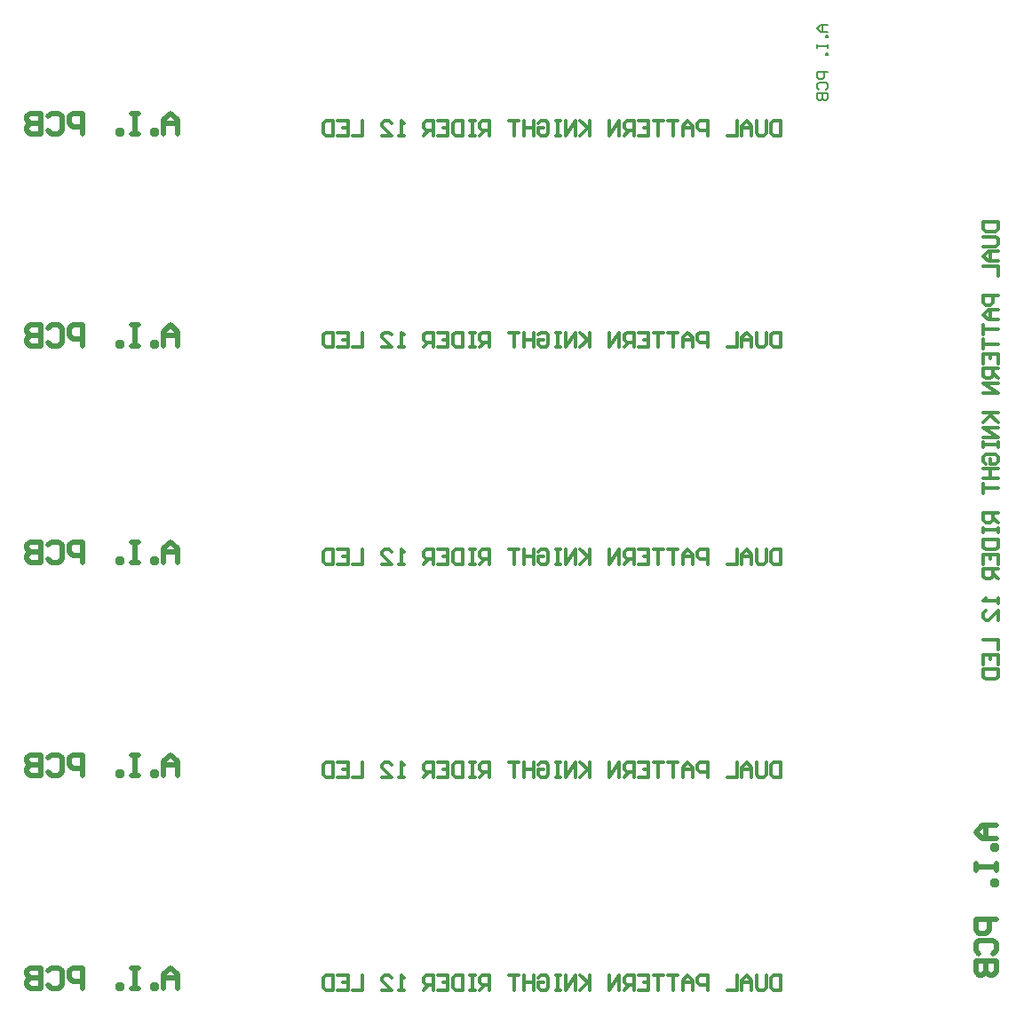
<source format=gbo>
G04 Layer_Color=32896*
%FSLAX25Y25*%
%MOIN*%
G70*
G01*
G75*
%ADD32C,0.00787*%
%ADD36C,0.01378*%
%ADD37C,0.01968*%
D32*
X310563Y365937D02*
X307939D01*
X306627Y364625D01*
X307939Y363313D01*
X310563D01*
X308595D01*
Y365937D01*
X310563Y362001D02*
X309907D01*
Y361345D01*
X310563D01*
Y362001D01*
X306627Y358721D02*
Y357410D01*
Y358066D01*
X310563D01*
Y358721D01*
Y357410D01*
Y355442D02*
X309907D01*
Y354786D01*
X310563D01*
Y355442D01*
Y348226D02*
X306627D01*
Y346258D01*
X307283Y345602D01*
X308595D01*
X309251Y346258D01*
Y348226D01*
X307283Y341667D02*
X306627Y342323D01*
Y343635D01*
X307283Y344290D01*
X309907D01*
X310563Y343635D01*
Y342323D01*
X309907Y341667D01*
X306627Y340355D02*
X310563D01*
Y338387D01*
X309907Y337731D01*
X309251D01*
X308595Y338387D01*
Y340355D01*
Y338387D01*
X307939Y337731D01*
X307283D01*
X306627Y338387D01*
Y340355D01*
D36*
X293000Y9010D02*
Y3500D01*
X290245D01*
X289327Y4418D01*
Y8092D01*
X290245Y9010D01*
X293000D01*
X287490D02*
Y4418D01*
X286572Y3500D01*
X284735D01*
X283817Y4418D01*
Y9010D01*
X281980Y3500D02*
Y7173D01*
X280143Y9010D01*
X278307Y7173D01*
Y3500D01*
Y6255D01*
X281980D01*
X276470Y9010D02*
Y3500D01*
X272797D01*
X265450D02*
Y9010D01*
X262695D01*
X261776Y8092D01*
Y6255D01*
X262695Y5337D01*
X265450D01*
X259940Y3500D02*
Y7173D01*
X258103Y9010D01*
X256266Y7173D01*
Y3500D01*
Y6255D01*
X259940D01*
X254430Y9010D02*
X250756D01*
X252593D01*
Y3500D01*
X248920Y9010D02*
X245246D01*
X247083D01*
Y3500D01*
X239736Y9010D02*
X243410D01*
Y3500D01*
X239736D01*
X243410Y6255D02*
X241573D01*
X237900Y3500D02*
Y9010D01*
X235145D01*
X234226Y8092D01*
Y6255D01*
X235145Y5337D01*
X237900D01*
X236063D02*
X234226Y3500D01*
X232390D02*
Y9010D01*
X228716Y3500D01*
Y9010D01*
X221370D02*
Y3500D01*
Y5337D01*
X217696Y9010D01*
X220451Y6255D01*
X217696Y3500D01*
X215860D02*
Y9010D01*
X212186Y3500D01*
Y9010D01*
X210349D02*
X208513D01*
X209431D01*
Y3500D01*
X210349D01*
X208513D01*
X202084Y8092D02*
X203003Y9010D01*
X204839D01*
X205758Y8092D01*
Y4418D01*
X204839Y3500D01*
X203003D01*
X202084Y4418D01*
Y6255D01*
X203921D01*
X200248Y9010D02*
Y3500D01*
Y6255D01*
X196574D01*
Y9010D01*
Y3500D01*
X194738Y9010D02*
X191065D01*
X192901D01*
Y3500D01*
X183718D02*
Y9010D01*
X180963D01*
X180044Y8092D01*
Y6255D01*
X180963Y5337D01*
X183718D01*
X181881D02*
X180044Y3500D01*
X178208Y9010D02*
X176371D01*
X177289D01*
Y3500D01*
X178208D01*
X176371D01*
X173616Y9010D02*
Y3500D01*
X170861D01*
X169943Y4418D01*
Y8092D01*
X170861Y9010D01*
X173616D01*
X164433D02*
X168106D01*
Y3500D01*
X164433D01*
X168106Y6255D02*
X166269D01*
X162596Y3500D02*
Y9010D01*
X159841D01*
X158923Y8092D01*
Y6255D01*
X159841Y5337D01*
X162596D01*
X160759D02*
X158923Y3500D01*
X151576D02*
X149739D01*
X150658D01*
Y9010D01*
X151576Y8092D01*
X143311Y3500D02*
X146984D01*
X143311Y7173D01*
Y8092D01*
X144229Y9010D01*
X146066D01*
X146984Y8092D01*
X135964Y9010D02*
Y3500D01*
X132291D01*
X126781Y9010D02*
X130454D01*
Y3500D01*
X126781D01*
X130454Y6255D02*
X128617D01*
X124944Y9010D02*
Y3500D01*
X122189D01*
X121271Y4418D01*
Y8092D01*
X122189Y9010D01*
X124944D01*
X293000Y89010D02*
Y83500D01*
X290245D01*
X289327Y84418D01*
Y88092D01*
X290245Y89010D01*
X293000D01*
X287490D02*
Y84418D01*
X286572Y83500D01*
X284735D01*
X283817Y84418D01*
Y89010D01*
X281980Y83500D02*
Y87173D01*
X280143Y89010D01*
X278307Y87173D01*
Y83500D01*
Y86255D01*
X281980D01*
X276470Y89010D02*
Y83500D01*
X272797D01*
X265450D02*
Y89010D01*
X262695D01*
X261776Y88092D01*
Y86255D01*
X262695Y85337D01*
X265450D01*
X259940Y83500D02*
Y87173D01*
X258103Y89010D01*
X256266Y87173D01*
Y83500D01*
Y86255D01*
X259940D01*
X254430Y89010D02*
X250756D01*
X252593D01*
Y83500D01*
X248920Y89010D02*
X245246D01*
X247083D01*
Y83500D01*
X239736Y89010D02*
X243410D01*
Y83500D01*
X239736D01*
X243410Y86255D02*
X241573D01*
X237900Y83500D02*
Y89010D01*
X235145D01*
X234226Y88092D01*
Y86255D01*
X235145Y85337D01*
X237900D01*
X236063D02*
X234226Y83500D01*
X232390D02*
Y89010D01*
X228716Y83500D01*
Y89010D01*
X221370D02*
Y83500D01*
Y85337D01*
X217696Y89010D01*
X220451Y86255D01*
X217696Y83500D01*
X215860D02*
Y89010D01*
X212186Y83500D01*
Y89010D01*
X210349D02*
X208513D01*
X209431D01*
Y83500D01*
X210349D01*
X208513D01*
X202084Y88092D02*
X203003Y89010D01*
X204839D01*
X205758Y88092D01*
Y84418D01*
X204839Y83500D01*
X203003D01*
X202084Y84418D01*
Y86255D01*
X203921D01*
X200248Y89010D02*
Y83500D01*
Y86255D01*
X196574D01*
Y89010D01*
Y83500D01*
X194738Y89010D02*
X191065D01*
X192901D01*
Y83500D01*
X183718D02*
Y89010D01*
X180963D01*
X180044Y88092D01*
Y86255D01*
X180963Y85337D01*
X183718D01*
X181881D02*
X180044Y83500D01*
X178208Y89010D02*
X176371D01*
X177289D01*
Y83500D01*
X178208D01*
X176371D01*
X173616Y89010D02*
Y83500D01*
X170861D01*
X169943Y84418D01*
Y88092D01*
X170861Y89010D01*
X173616D01*
X164433D02*
X168106D01*
Y83500D01*
X164433D01*
X168106Y86255D02*
X166269D01*
X162596Y83500D02*
Y89010D01*
X159841D01*
X158923Y88092D01*
Y86255D01*
X159841Y85337D01*
X162596D01*
X160759D02*
X158923Y83500D01*
X151576D02*
X149739D01*
X150658D01*
Y89010D01*
X151576Y88092D01*
X143311Y83500D02*
X146984D01*
X143311Y87173D01*
Y88092D01*
X144229Y89010D01*
X146066D01*
X146984Y88092D01*
X135964Y89010D02*
Y83500D01*
X132291D01*
X126781Y89010D02*
X130454D01*
Y83500D01*
X126781D01*
X130454Y86255D02*
X128617D01*
X124944Y89010D02*
Y83500D01*
X122189D01*
X121271Y84418D01*
Y88092D01*
X122189Y89010D01*
X124944D01*
X293000Y169010D02*
Y163500D01*
X290245D01*
X289327Y164418D01*
Y168092D01*
X290245Y169010D01*
X293000D01*
X287490D02*
Y164418D01*
X286572Y163500D01*
X284735D01*
X283817Y164418D01*
Y169010D01*
X281980Y163500D02*
Y167173D01*
X280143Y169010D01*
X278307Y167173D01*
Y163500D01*
Y166255D01*
X281980D01*
X276470Y169010D02*
Y163500D01*
X272797D01*
X265450D02*
Y169010D01*
X262695D01*
X261776Y168092D01*
Y166255D01*
X262695Y165337D01*
X265450D01*
X259940Y163500D02*
Y167173D01*
X258103Y169010D01*
X256266Y167173D01*
Y163500D01*
Y166255D01*
X259940D01*
X254430Y169010D02*
X250756D01*
X252593D01*
Y163500D01*
X248920Y169010D02*
X245246D01*
X247083D01*
Y163500D01*
X239736Y169010D02*
X243410D01*
Y163500D01*
X239736D01*
X243410Y166255D02*
X241573D01*
X237900Y163500D02*
Y169010D01*
X235145D01*
X234226Y168092D01*
Y166255D01*
X235145Y165337D01*
X237900D01*
X236063D02*
X234226Y163500D01*
X232390D02*
Y169010D01*
X228716Y163500D01*
Y169010D01*
X221370D02*
Y163500D01*
Y165337D01*
X217696Y169010D01*
X220451Y166255D01*
X217696Y163500D01*
X215860D02*
Y169010D01*
X212186Y163500D01*
Y169010D01*
X210349D02*
X208513D01*
X209431D01*
Y163500D01*
X210349D01*
X208513D01*
X202084Y168092D02*
X203003Y169010D01*
X204839D01*
X205758Y168092D01*
Y164418D01*
X204839Y163500D01*
X203003D01*
X202084Y164418D01*
Y166255D01*
X203921D01*
X200248Y169010D02*
Y163500D01*
Y166255D01*
X196574D01*
Y169010D01*
Y163500D01*
X194738Y169010D02*
X191065D01*
X192901D01*
Y163500D01*
X183718D02*
Y169010D01*
X180963D01*
X180044Y168092D01*
Y166255D01*
X180963Y165337D01*
X183718D01*
X181881D02*
X180044Y163500D01*
X178208Y169010D02*
X176371D01*
X177289D01*
Y163500D01*
X178208D01*
X176371D01*
X173616Y169010D02*
Y163500D01*
X170861D01*
X169943Y164418D01*
Y168092D01*
X170861Y169010D01*
X173616D01*
X164433D02*
X168106D01*
Y163500D01*
X164433D01*
X168106Y166255D02*
X166269D01*
X162596Y163500D02*
Y169010D01*
X159841D01*
X158923Y168092D01*
Y166255D01*
X159841Y165337D01*
X162596D01*
X160759D02*
X158923Y163500D01*
X151576D02*
X149739D01*
X150658D01*
Y169010D01*
X151576Y168092D01*
X143311Y163500D02*
X146984D01*
X143311Y167173D01*
Y168092D01*
X144229Y169010D01*
X146066D01*
X146984Y168092D01*
X135964Y169010D02*
Y163500D01*
X132291D01*
X126781Y169010D02*
X130454D01*
Y163500D01*
X126781D01*
X130454Y166255D02*
X128617D01*
X124944Y169010D02*
Y163500D01*
X122189D01*
X121271Y164418D01*
Y168092D01*
X122189Y169010D01*
X124944D01*
X293000Y250510D02*
Y245000D01*
X290245D01*
X289327Y245918D01*
Y249592D01*
X290245Y250510D01*
X293000D01*
X287490D02*
Y245918D01*
X286572Y245000D01*
X284735D01*
X283817Y245918D01*
Y250510D01*
X281980Y245000D02*
Y248673D01*
X280143Y250510D01*
X278307Y248673D01*
Y245000D01*
Y247755D01*
X281980D01*
X276470Y250510D02*
Y245000D01*
X272797D01*
X265450D02*
Y250510D01*
X262695D01*
X261776Y249592D01*
Y247755D01*
X262695Y246837D01*
X265450D01*
X259940Y245000D02*
Y248673D01*
X258103Y250510D01*
X256266Y248673D01*
Y245000D01*
Y247755D01*
X259940D01*
X254430Y250510D02*
X250756D01*
X252593D01*
Y245000D01*
X248920Y250510D02*
X245246D01*
X247083D01*
Y245000D01*
X239736Y250510D02*
X243410D01*
Y245000D01*
X239736D01*
X243410Y247755D02*
X241573D01*
X237900Y245000D02*
Y250510D01*
X235145D01*
X234226Y249592D01*
Y247755D01*
X235145Y246837D01*
X237900D01*
X236063D02*
X234226Y245000D01*
X232390D02*
Y250510D01*
X228716Y245000D01*
Y250510D01*
X221370D02*
Y245000D01*
Y246837D01*
X217696Y250510D01*
X220451Y247755D01*
X217696Y245000D01*
X215860D02*
Y250510D01*
X212186Y245000D01*
Y250510D01*
X210349D02*
X208513D01*
X209431D01*
Y245000D01*
X210349D01*
X208513D01*
X202084Y249592D02*
X203003Y250510D01*
X204839D01*
X205758Y249592D01*
Y245918D01*
X204839Y245000D01*
X203003D01*
X202084Y245918D01*
Y247755D01*
X203921D01*
X200248Y250510D02*
Y245000D01*
Y247755D01*
X196574D01*
Y250510D01*
Y245000D01*
X194738Y250510D02*
X191065D01*
X192901D01*
Y245000D01*
X183718D02*
Y250510D01*
X180963D01*
X180044Y249592D01*
Y247755D01*
X180963Y246837D01*
X183718D01*
X181881D02*
X180044Y245000D01*
X178208Y250510D02*
X176371D01*
X177289D01*
Y245000D01*
X178208D01*
X176371D01*
X173616Y250510D02*
Y245000D01*
X170861D01*
X169943Y245918D01*
Y249592D01*
X170861Y250510D01*
X173616D01*
X164433D02*
X168106D01*
Y245000D01*
X164433D01*
X168106Y247755D02*
X166269D01*
X162596Y245000D02*
Y250510D01*
X159841D01*
X158923Y249592D01*
Y247755D01*
X159841Y246837D01*
X162596D01*
X160759D02*
X158923Y245000D01*
X151576D02*
X149739D01*
X150658D01*
Y250510D01*
X151576Y249592D01*
X143311Y245000D02*
X146984D01*
X143311Y248673D01*
Y249592D01*
X144229Y250510D01*
X146066D01*
X146984Y249592D01*
X135964Y250510D02*
Y245000D01*
X132291D01*
X126781Y250510D02*
X130454D01*
Y245000D01*
X126781D01*
X130454Y247755D02*
X128617D01*
X124944Y250510D02*
Y245000D01*
X122189D01*
X121271Y245918D01*
Y249592D01*
X122189Y250510D01*
X124944D01*
X293000Y330010D02*
Y324500D01*
X290245D01*
X289327Y325418D01*
Y329092D01*
X290245Y330010D01*
X293000D01*
X287490D02*
Y325418D01*
X286572Y324500D01*
X284735D01*
X283817Y325418D01*
Y330010D01*
X281980Y324500D02*
Y328173D01*
X280143Y330010D01*
X278307Y328173D01*
Y324500D01*
Y327255D01*
X281980D01*
X276470Y330010D02*
Y324500D01*
X272797D01*
X265450D02*
Y330010D01*
X262695D01*
X261776Y329092D01*
Y327255D01*
X262695Y326337D01*
X265450D01*
X259940Y324500D02*
Y328173D01*
X258103Y330010D01*
X256266Y328173D01*
Y324500D01*
Y327255D01*
X259940D01*
X254430Y330010D02*
X250756D01*
X252593D01*
Y324500D01*
X248920Y330010D02*
X245246D01*
X247083D01*
Y324500D01*
X239736Y330010D02*
X243410D01*
Y324500D01*
X239736D01*
X243410Y327255D02*
X241573D01*
X237900Y324500D02*
Y330010D01*
X235145D01*
X234226Y329092D01*
Y327255D01*
X235145Y326337D01*
X237900D01*
X236063D02*
X234226Y324500D01*
X232390D02*
Y330010D01*
X228716Y324500D01*
Y330010D01*
X221370D02*
Y324500D01*
Y326337D01*
X217696Y330010D01*
X220451Y327255D01*
X217696Y324500D01*
X215860D02*
Y330010D01*
X212186Y324500D01*
Y330010D01*
X210349D02*
X208513D01*
X209431D01*
Y324500D01*
X210349D01*
X208513D01*
X202084Y329092D02*
X203003Y330010D01*
X204839D01*
X205758Y329092D01*
Y325418D01*
X204839Y324500D01*
X203003D01*
X202084Y325418D01*
Y327255D01*
X203921D01*
X200248Y330010D02*
Y324500D01*
Y327255D01*
X196574D01*
Y330010D01*
Y324500D01*
X194738Y330010D02*
X191065D01*
X192901D01*
Y324500D01*
X183718D02*
Y330010D01*
X180963D01*
X180044Y329092D01*
Y327255D01*
X180963Y326337D01*
X183718D01*
X181881D02*
X180044Y324500D01*
X178208Y330010D02*
X176371D01*
X177289D01*
Y324500D01*
X178208D01*
X176371D01*
X173616Y330010D02*
Y324500D01*
X170861D01*
X169943Y325418D01*
Y329092D01*
X170861Y330010D01*
X173616D01*
X164433D02*
X168106D01*
Y324500D01*
X164433D01*
X168106Y327255D02*
X166269D01*
X162596Y324500D02*
Y330010D01*
X159841D01*
X158923Y329092D01*
Y327255D01*
X159841Y326337D01*
X162596D01*
X160759D02*
X158923Y324500D01*
X151576D02*
X149739D01*
X150658D01*
Y330010D01*
X151576Y329092D01*
X143311Y324500D02*
X146984D01*
X143311Y328173D01*
Y329092D01*
X144229Y330010D01*
X146066D01*
X146984Y329092D01*
X135964Y330010D02*
Y324500D01*
X132291D01*
X126781Y330010D02*
X130454D01*
Y324500D01*
X126781D01*
X130454Y327255D02*
X128617D01*
X124944Y330010D02*
Y324500D01*
X122189D01*
X121271Y325418D01*
Y329092D01*
X122189Y330010D01*
X124944D01*
X368990Y292000D02*
X374500D01*
Y289245D01*
X373582Y288327D01*
X369908D01*
X368990Y289245D01*
Y292000D01*
Y286490D02*
X373582D01*
X374500Y285572D01*
Y283735D01*
X373582Y282817D01*
X368990D01*
X374500Y280980D02*
X370827D01*
X368990Y279143D01*
X370827Y277307D01*
X374500D01*
X371745D01*
Y280980D01*
X368990Y275470D02*
X374500D01*
Y271797D01*
Y264450D02*
X368990D01*
Y261695D01*
X369908Y260776D01*
X371745D01*
X372663Y261695D01*
Y264450D01*
X374500Y258940D02*
X370827D01*
X368990Y257103D01*
X370827Y255266D01*
X374500D01*
X371745D01*
Y258940D01*
X368990Y253430D02*
Y249756D01*
Y251593D01*
X374500D01*
X368990Y247920D02*
Y244246D01*
Y246083D01*
X374500D01*
X368990Y238736D02*
Y242410D01*
X374500D01*
Y238736D01*
X371745Y242410D02*
Y240573D01*
X374500Y236900D02*
X368990D01*
Y234145D01*
X369908Y233226D01*
X371745D01*
X372663Y234145D01*
Y236900D01*
Y235063D02*
X374500Y233226D01*
Y231390D02*
X368990D01*
X374500Y227716D01*
X368990D01*
Y220370D02*
X374500D01*
X372663D01*
X368990Y216696D01*
X371745Y219451D01*
X374500Y216696D01*
Y214860D02*
X368990D01*
X374500Y211186D01*
X368990D01*
Y209349D02*
Y207513D01*
Y208431D01*
X374500D01*
Y209349D01*
Y207513D01*
X369908Y201084D02*
X368990Y202003D01*
Y203839D01*
X369908Y204758D01*
X373582D01*
X374500Y203839D01*
Y202003D01*
X373582Y201084D01*
X371745D01*
Y202921D01*
X368990Y199248D02*
X374500D01*
X371745D01*
Y195574D01*
X368990D01*
X374500D01*
X368990Y193738D02*
Y190065D01*
Y191901D01*
X374500D01*
Y182718D02*
X368990D01*
Y179963D01*
X369908Y179044D01*
X371745D01*
X372663Y179963D01*
Y182718D01*
Y180881D02*
X374500Y179044D01*
X368990Y177208D02*
Y175371D01*
Y176289D01*
X374500D01*
Y177208D01*
Y175371D01*
X368990Y172616D02*
X374500D01*
Y169861D01*
X373582Y168943D01*
X369908D01*
X368990Y169861D01*
Y172616D01*
Y163433D02*
Y167106D01*
X374500D01*
Y163433D01*
X371745Y167106D02*
Y165269D01*
X374500Y161596D02*
X368990D01*
Y158841D01*
X369908Y157923D01*
X371745D01*
X372663Y158841D01*
Y161596D01*
Y159759D02*
X374500Y157923D01*
Y150576D02*
Y148739D01*
Y149658D01*
X368990D01*
X369908Y150576D01*
X374500Y142311D02*
Y145984D01*
X370827Y142311D01*
X369908D01*
X368990Y143229D01*
Y145066D01*
X369908Y145984D01*
X368990Y134964D02*
X374500D01*
Y131291D01*
X368990Y125781D02*
Y129454D01*
X374500D01*
Y125781D01*
X371745Y129454D02*
Y127617D01*
X368990Y123944D02*
X374500D01*
Y121189D01*
X373582Y120271D01*
X369908D01*
X368990Y121189D01*
Y123944D01*
D37*
X66500Y4000D02*
Y9248D01*
X63876Y11872D01*
X61252Y9248D01*
Y4000D01*
Y7936D01*
X66500D01*
X58628Y4000D02*
Y5312D01*
X57317D01*
Y4000D01*
X58628D01*
X52069Y11872D02*
X49445D01*
X50757D01*
Y4000D01*
X52069D01*
X49445D01*
X45509D02*
Y5312D01*
X44197D01*
Y4000D01*
X45509D01*
X31078D02*
Y11872D01*
X27143D01*
X25831Y10560D01*
Y7936D01*
X27143Y6624D01*
X31078D01*
X17959Y10560D02*
X19271Y11872D01*
X21895D01*
X23207Y10560D01*
Y5312D01*
X21895Y4000D01*
X19271D01*
X17959Y5312D01*
X15335Y11872D02*
Y4000D01*
X11400D01*
X10088Y5312D01*
Y6624D01*
X11400Y7936D01*
X15335D01*
X11400D01*
X10088Y9248D01*
Y10560D01*
X11400Y11872D01*
X15335D01*
X66500Y84000D02*
Y89248D01*
X63876Y91872D01*
X61252Y89248D01*
Y84000D01*
Y87936D01*
X66500D01*
X58628Y84000D02*
Y85312D01*
X57317D01*
Y84000D01*
X58628D01*
X52069Y91872D02*
X49445D01*
X50757D01*
Y84000D01*
X52069D01*
X49445D01*
X45509D02*
Y85312D01*
X44197D01*
Y84000D01*
X45509D01*
X31078D02*
Y91872D01*
X27143D01*
X25831Y90560D01*
Y87936D01*
X27143Y86624D01*
X31078D01*
X17959Y90560D02*
X19271Y91872D01*
X21895D01*
X23207Y90560D01*
Y85312D01*
X21895Y84000D01*
X19271D01*
X17959Y85312D01*
X15335Y91872D02*
Y84000D01*
X11400D01*
X10088Y85312D01*
Y86624D01*
X11400Y87936D01*
X15335D01*
X11400D01*
X10088Y89248D01*
Y90560D01*
X11400Y91872D01*
X15335D01*
X66500Y164000D02*
Y169248D01*
X63876Y171871D01*
X61252Y169248D01*
Y164000D01*
Y167936D01*
X66500D01*
X58628Y164000D02*
Y165312D01*
X57317D01*
Y164000D01*
X58628D01*
X52069Y171871D02*
X49445D01*
X50757D01*
Y164000D01*
X52069D01*
X49445D01*
X45509D02*
Y165312D01*
X44197D01*
Y164000D01*
X45509D01*
X31078D02*
Y171871D01*
X27143D01*
X25831Y170560D01*
Y167936D01*
X27143Y166624D01*
X31078D01*
X17959Y170560D02*
X19271Y171871D01*
X21895D01*
X23207Y170560D01*
Y165312D01*
X21895Y164000D01*
X19271D01*
X17959Y165312D01*
X15335Y171871D02*
Y164000D01*
X11400D01*
X10088Y165312D01*
Y166624D01*
X11400Y167936D01*
X15335D01*
X11400D01*
X10088Y169248D01*
Y170560D01*
X11400Y171871D01*
X15335D01*
X66500Y245500D02*
Y250748D01*
X63876Y253372D01*
X61252Y250748D01*
Y245500D01*
Y249436D01*
X66500D01*
X58628Y245500D02*
Y246812D01*
X57317D01*
Y245500D01*
X58628D01*
X52069Y253372D02*
X49445D01*
X50757D01*
Y245500D01*
X52069D01*
X49445D01*
X45509D02*
Y246812D01*
X44197D01*
Y245500D01*
X45509D01*
X31078D02*
Y253372D01*
X27143D01*
X25831Y252060D01*
Y249436D01*
X27143Y248124D01*
X31078D01*
X17959Y252060D02*
X19271Y253372D01*
X21895D01*
X23207Y252060D01*
Y246812D01*
X21895Y245500D01*
X19271D01*
X17959Y246812D01*
X15335Y253372D02*
Y245500D01*
X11400D01*
X10088Y246812D01*
Y248124D01*
X11400Y249436D01*
X15335D01*
X11400D01*
X10088Y250748D01*
Y252060D01*
X11400Y253372D01*
X15335D01*
X66500Y325000D02*
Y330248D01*
X63876Y332872D01*
X61252Y330248D01*
Y325000D01*
Y328936D01*
X66500D01*
X58628Y325000D02*
Y326312D01*
X57317D01*
Y325000D01*
X58628D01*
X52069Y332872D02*
X49445D01*
X50757D01*
Y325000D01*
X52069D01*
X49445D01*
X45509D02*
Y326312D01*
X44197D01*
Y325000D01*
X45509D01*
X31078D02*
Y332872D01*
X27143D01*
X25831Y331560D01*
Y328936D01*
X27143Y327624D01*
X31078D01*
X17959Y331560D02*
X19271Y332872D01*
X21895D01*
X23207Y331560D01*
Y326312D01*
X21895Y325000D01*
X19271D01*
X17959Y326312D01*
X15335Y332872D02*
Y325000D01*
X11400D01*
X10088Y326312D01*
Y327624D01*
X11400Y328936D01*
X15335D01*
X11400D01*
X10088Y330248D01*
Y331560D01*
X11400Y332872D01*
X15335D01*
X374000Y65500D02*
X368752D01*
X366128Y62876D01*
X368752Y60252D01*
X374000D01*
X370064D01*
Y65500D01*
X374000Y57629D02*
X372688D01*
Y56317D01*
X374000D01*
Y57629D01*
X366128Y51069D02*
Y48445D01*
Y49757D01*
X374000D01*
Y51069D01*
Y48445D01*
Y44509D02*
X372688D01*
Y43198D01*
X374000D01*
Y44509D01*
Y30078D02*
X366128D01*
Y26143D01*
X367440Y24831D01*
X370064D01*
X371376Y26143D01*
Y30078D01*
X367440Y16959D02*
X366128Y18271D01*
Y20895D01*
X367440Y22207D01*
X372688D01*
X374000Y20895D01*
Y18271D01*
X372688Y16959D01*
X366128Y14335D02*
X374000D01*
Y10400D01*
X372688Y9088D01*
X371376D01*
X370064Y10400D01*
Y14335D01*
Y10400D01*
X368752Y9088D01*
X367440D01*
X366128Y10400D01*
Y14335D01*
M02*

</source>
